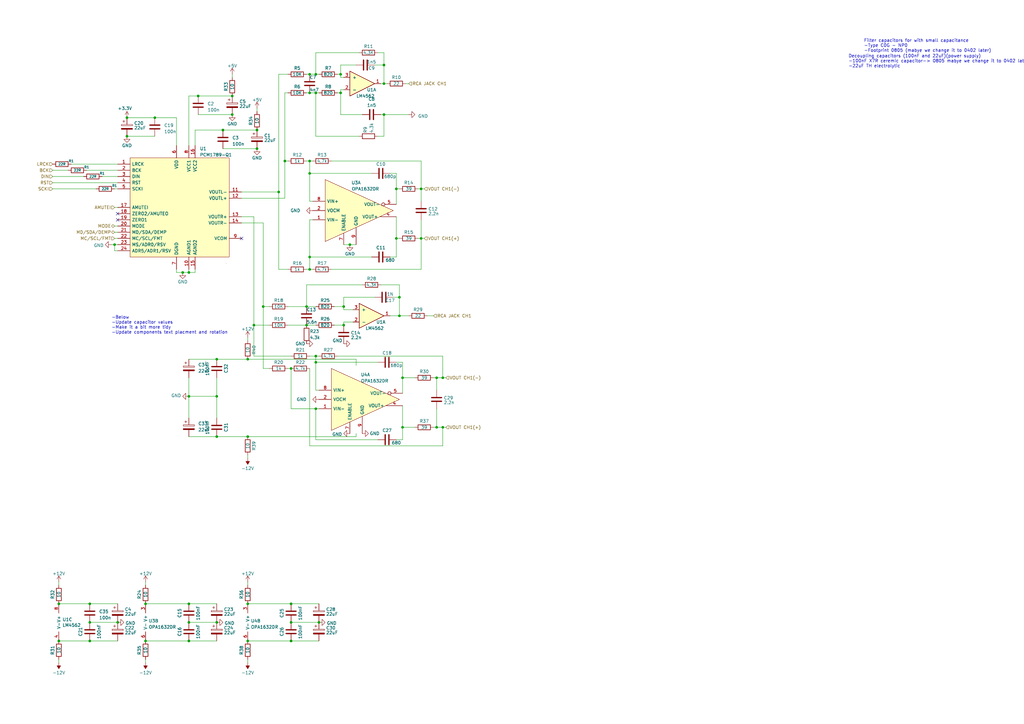
<source format=kicad_sch>
(kicad_sch (version 20230121) (generator eeschema)
  (paper "A3")
  (lib_symbols
    (symbol "Audio-DSP:PCM1789-Q1" (pin_names (offset 0.762))
      (property "Reference" "U" (at 11.43 24.13 0))
      (property "Value" "PCM1789-Q1" (at 6.35 21.59 0))
      (symbol "PCM1789-Q1_0_0"
        (pin passive line (at -26.67 17.78 0) (length 5.08) (name "LRCK") (number "1"))
        (pin passive line (at 2.54 -25.4 90) (length 5.08) (name "AGND1") (number "10"))
        (pin passive line (at 24.13 6.35 180) (length 5.08) (name "VOUTL-") (number "11"))
        (pin passive line (at 24.13 3.81 180) (length 5.08) (name "VOUTL+") (number "12"))
        (pin passive line (at 24.13 -3.81 180) (length 5.08) (name "VOUTR+") (number "13"))
        (pin passive line (at 24.13 -6.35 180) (length 5.08) (name "VOUTR-") (number "14"))
        (pin passive line (at 5.08 -25.4 90) (length 5.08) (name "AGND2") (number "15"))
        (pin passive line (at -26.67 0 0) (length 5.08) (name "AMUTEI") (number "17"))
        (pin passive line (at -26.67 -2.54 0) (length 5.08) (name "ZERO2/AMUTEO") (number "18"))
        (pin passive line (at -26.67 -5.08 0) (length 5.08) (name "ZERO1") (number "19"))
        (pin passive line (at -26.67 15.24 0) (length 5.08) (name "BCK") (number "2"))
        (pin passive line (at -26.67 -7.62 0) (length 5.08) (name "MODE") (number "20"))
        (pin passive line (at -26.67 -10.16 0) (length 5.08) (name "MD/SDA/DEMP") (number "21"))
        (pin passive line (at -26.67 -12.7 0) (length 5.08) (name "MC/SCL/FMT") (number "22"))
        (pin passive line (at -26.67 -15.24 0) (length 5.08) (name "MS/ADR0/RSV") (number "23"))
        (pin passive line (at -26.67 -17.78 0) (length 5.08) (name "ADR5/ADR1/RSV") (number "24"))
        (pin passive line (at -26.67 12.7 0) (length 5.08) (name "DIN") (number "3"))
        (pin passive line (at -26.67 10.16 0) (length 5.08) (name "RST") (number "4"))
        (pin passive line (at -26.67 7.62 0) (length 5.08) (name "SCKI") (number "5"))
        (pin passive line (at -2.54 -25.4 90) (length 5.08) (name "DGND") (number "7"))
        (pin passive line (at 24.13 -12.7 180) (length 5.08) (name "VCOM") (number "9"))
      )
      (symbol "PCM1789-Q1_0_1"
        (rectangle (start -21.59 20.32) (end 19.05 -20.32) (stroke (width 0.1524)) (fill (type background)))
        (rectangle (start 17.78 -22.86) (end 17.78 -22.86) (stroke (width 0.1524)))
      )
      (symbol "PCM1789-Q1_1_0"
        (pin power_in line (at 5.08 25.4 270) (length 5.08) (name "VCC2") (number "16"))
        (pin power_in line (at -2.54 25.4 270) (length 5.08) (name "VDD") (number "6"))
        (pin power_in line (at 2.54 25.4 270) (length 5.08) (name "VCC1") (number "8"))
      )
    )
    (symbol "Device:C" (pin_numbers hide) (pin_names (offset 0.254))
      (property "Reference" "C" (at 0.635 2.54 0))
      (property "Value" "C" (at 0.635 -2.54 0))
      (symbol "C_0_1"
        (polyline (pts (xy -2.032 -0.762) (xy 2.032 -0.762)) (stroke (width 0.508)))
        (polyline (pts (xy -2.032 0.762) (xy 2.032 0.762)) (stroke (width 0.508)))
      )
      (symbol "C_1_1"
        (pin passive line (at 0 3.81 270) (length 2.794) (name "~") (number "1"))
        (pin passive line (at 0 -3.81 90) (length 2.794) (name "~") (number "2"))
      )
    )
    (symbol "Device:C_Polarized" (pin_numbers hide) (pin_names (offset 0.254))
      (property "Reference" "C" (at 0.635 2.54 0))
      (property "Value" "C_Polarized" (at 0.635 -2.54 0))
      (symbol "C_Polarized_0_1"
        (rectangle (start -2.286 0.508) (end 2.286 1.016))
        (polyline (pts (xy -1.778 2.286) (xy -0.762 2.286)))
        (polyline (pts (xy -1.27 2.794) (xy -1.27 1.778)))
        (rectangle (start 2.286 -0.508) (end -2.286 -1.016) (fill (type outline)))
      )
      (symbol "C_Polarized_1_1"
        (pin passive line (at 0 3.81 270) (length 2.794) (name "~") (number "1"))
        (pin passive line (at 0 -3.81 90) (length 2.794) (name "~") (number "2"))
      )
    )
    (symbol "Device:R" (pin_numbers hide) (pin_names (offset 0))
      (property "Reference" "R" (at 2.032 0 90))
      (property "Value" "R" (at 0 0 90))
      (symbol "R_0_1"
        (rectangle (start -1.016 -2.54) (end 1.016 2.54) (stroke (width 0.254)))
      )
      (symbol "R_1_1"
        (pin passive line (at 0 3.81 270) (length 1.27) (name "~") (number "1"))
        (pin passive line (at 0 -3.81 90) (length 1.27) (name "~") (number "2"))
      )
    )
    (symbol "Main board-rescue:LM4562-Audio_DSP" (pin_names (offset 1.016))
      (property "Reference" "U" (at 1.27 6.35 0))
      (property "Value" "Audio_DSP_LM4562" (at 3.81 3.81 0))
      (symbol "LM4562-Audio_DSP_1_1"
        (polyline (pts (xy -3.81 5.08) (xy 6.35 0) (xy -3.81 -5.08) (xy -3.81 5.08)) (stroke (width 0.254)) (fill (type background)))
        (pin output line (at 8.89 0 180) (length 2.54) (name "~") (number "1"))
        (pin input line (at -6.35 -2.54 0) (length 2.54) (name "-") (number "2"))
        (pin input line (at -6.35 2.54 0) (length 2.54) (name "+") (number "3"))
      )
      (symbol "LM4562-Audio_DSP_2_1"
        (polyline (pts (xy -3.81 5.08) (xy 6.35 0) (xy -3.81 -5.08) (xy -3.81 5.08)) (stroke (width 0.254)) (fill (type background)))
        (pin input line (at -6.35 2.54 0) (length 2.54) (name "+") (number "5"))
        (pin input line (at -6.35 -2.54 0) (length 2.54) (name "-") (number "6"))
        (pin output line (at 8.89 0 180) (length 2.54) (name "~") (number "7"))
      )
      (symbol "LM4562-Audio_DSP_3_1"
        (pin power_in line (at 0 -7.62 90) (length 3.81) (name "V-") (number "4"))
        (pin power_in line (at 0 7.62 270) (length 3.81) (name "V+") (number "8"))
      )
    )
    (symbol "OPA1632DR_1" (pin_names (offset 0.762)) (in_bom no) (on_board no)
      (property "Reference" "U" (at 8.89 11.43 0))
      (property "Value" "OPA1632DR" (at 8.89 8.89 0))
      (symbol "OPA1632DR_1_1_0"
        (pin passive line (at -15.24 -2.54 0) (length 5.08) (name "VIN-") (number "1"))
        (pin passive line (at -15.24 1.27 0) (length 5.08) (name "VOCM") (number "2"))
        (pin passive line (at 19.05 -1.27 180) (length 6.7056) (name "VOUT+") (number "4"))
        (pin passive inverted (at 19.05 3.81 180) (length 5.9944) (name "VOUT-") (number "5"))
        (pin passive line (at -2.54 -12.7 90) (length 4.699) (name "ENABLE") (number "7"))
        (pin passive line (at -15.24 5.08 0) (length 5.08) (name "VIN+") (number "8"))
      )
      (symbol "OPA1632DR_1_1_1"
        (polyline (pts (xy -10.16 13.97) (xy 17.78 1.27) (xy -10.16 -11.43) (xy -10.16 13.97)) (stroke (width 0.1524)) (fill (type background)))
        (pin passive line (at 2.54 -12.7 90) (length 6.9088) (name "GND") (number "9"))
      )
      (symbol "OPA1632DR_1_2_0"
        (pin passive line (at 0 7.62 270) (length 3.81) (name "V+") (number "3"))
        (pin passive line (at 0 -7.62 90) (length 3.81) (name "V-") (number "6"))
      )
    )
    (symbol "power:+12V" (power) (pin_names (offset 0))
      (property "Value" "+12V" (at 0 3.556 0))
      (symbol "+12V_0_1"
        (polyline (pts (xy -0.762 1.27) (xy 0 2.54)))
        (polyline (pts (xy 0 0) (xy 0 2.54)))
        (polyline (pts (xy 0 2.54) (xy 0.762 1.27)))
      )
      (symbol "+12V_1_1"
        (pin power_in line (at 0 0 90) (length 0) hide (name "+12V") (number "1"))
      )
    )
    (symbol "power:+3.3V" (power) (pin_names (offset 0))
      (property "Value" "+3.3V" (at 0 3.556 0))
      (symbol "+3.3V_0_1"
        (polyline (pts (xy -0.762 1.27) (xy 0 2.54)))
        (polyline (pts (xy 0 0) (xy 0 2.54)))
        (polyline (pts (xy 0 2.54) (xy 0.762 1.27)))
      )
      (symbol "+3.3V_1_1"
        (pin power_in line (at 0 0 90) (length 0) hide (name "+3.3V") (number "1"))
      )
    )
    (symbol "power:+5V" (power) (pin_names (offset 0))
      (property "Value" "+5V" (at 0 3.556 0))
      (symbol "+5V_0_1"
        (polyline (pts (xy -0.762 1.27) (xy 0 2.54)))
        (polyline (pts (xy 0 0) (xy 0 2.54)))
        (polyline (pts (xy 0 2.54) (xy 0.762 1.27)))
      )
      (symbol "+5V_1_1"
        (pin power_in line (at 0 0 90) (length 0) hide (name "+5V") (number "1"))
      )
    )
    (symbol "power:-12V" (power) (pin_names (offset 0))
      (property "Value" "-12V" (at 0 3.81 0))
      (symbol "-12V_0_0"
        (pin power_in line (at 0 0 90) (length 0) hide (name "-12V") (number "1"))
      )
      (symbol "-12V_0_1"
        (polyline (pts (xy 0 0) (xy 0 1.27) (xy 0.762 1.27) (xy 0 2.54) (xy -0.762 1.27) (xy 0 1.27)) (fill (type outline)))
      )
    )
    (symbol "power:GND" (power) (pin_names (offset 0))
      (property "Value" "GND" (at 0 -3.81 0))
      (symbol "GND_0_1"
        (polyline (pts (xy 0 0) (xy 0 -1.27) (xy 1.27 -1.27) (xy 0 -2.54) (xy -1.27 -1.27) (xy 0 -1.27)))
      )
      (symbol "GND_1_1"
        (pin power_in line (at 0 0 270) (length 0) hide (name "GND") (number "1"))
      )
    )
  )
  (junction (at 59.69 247.65))
  (junction (at 163.83 129.54))
  (junction (at 129.54 148.59))
  (junction (at 181.61 175.26))
  (junction (at 48.26 255.27))
  (junction (at 162.56 97.79))
  (junction (at 127 66.04))
  (junction (at 107.95 125.73))
  (junction (at 157.48 26.67))
  (junction (at 139.7 38.1))
  (junction (at 140.97 133.35))
  (junction (at 119.38 247.65))
  (junction (at 95.25 46.99))
  (junction (at 88.9 147.32))
  (junction (at 172.72 97.79))
  (junction (at 88.9 255.27))
  (junction (at 127 105.41))
  (junction (at 130.81 255.27))
  (junction (at 81.28 39.37))
  (junction (at 46.99 100.33))
  (junction (at 88.9 179.07))
  (junction (at 172.72 77.47))
  (junction (at 127 110.49))
  (junction (at 74.93 111.76))
  (junction (at 77.47 162.56))
  (junction (at 119.38 262.89))
  (junction (at 127 30.48))
  (junction (at 104.14 133.35))
  (junction (at 125.73 133.35))
  (junction (at 88.9 162.56))
  (junction (at 101.6 179.07))
  (junction (at 36.83 262.89))
  (junction (at 157.48 46.99))
  (junction (at 162.56 77.47))
  (junction (at 24.13 262.89))
  (junction (at 165.1 154.94))
  (junction (at 140.97 125.73))
  (junction (at 105.41 53.34))
  (junction (at 63.5 48.26))
  (junction (at 91.44 53.34))
  (junction (at 52.07 55.88))
  (junction (at 116.84 66.04))
  (junction (at 24.13 247.65))
  (junction (at 127 71.12))
  (junction (at 77.47 247.65))
  (junction (at 143.51 100.33))
  (junction (at 101.6 262.89))
  (junction (at 36.83 247.65))
  (junction (at 101.6 247.65))
  (junction (at 157.48 34.29))
  (junction (at 36.83 255.27))
  (junction (at 77.47 262.89))
  (junction (at 129.54 38.1))
  (junction (at 127 38.1))
  (junction (at 105.41 60.96))
  (junction (at 119.38 255.27))
  (junction (at 179.07 175.26))
  (junction (at 163.83 121.92))
  (junction (at 165.1 175.26))
  (junction (at 129.54 146.05))
  (junction (at 129.54 30.48))
  (junction (at 139.7 30.48))
  (junction (at 101.6 147.32))
  (junction (at 77.47 111.76))
  (junction (at 179.07 154.94))
  (junction (at 114.3 78.74))
  (junction (at 181.61 154.94))
  (junction (at 52.07 48.26))
  (junction (at 129.54 167.64))
  (junction (at 125.73 125.73))
  (junction (at 95.25 39.37))
  (junction (at 119.38 151.13))
  (junction (at 59.69 262.89))
  (junction (at 77.47 255.27))
  (no_connect (at 99.06 97.79))
  (no_connect (at 48.26 90.17))
  (no_connect (at 48.26 87.63))
  (wire (pts (xy 129.54 30.48) (xy 127 30.48)))
  (wire (pts (xy 77.47 247.65) (xy 88.9 247.65)))
  (wire (pts (xy 157.48 55.88) (xy 154.94 55.88)))
  (wire (pts (xy 46.99 102.87) (xy 48.26 102.87)))
  (wire (pts (xy 157.48 21.59) (xy 157.48 26.67)))
  (wire (pts (xy 81.28 46.99) (xy 95.25 46.99)))
  (wire (pts (xy 140.97 127) (xy 144.78 127)))
  (wire (pts (xy 118.11 125.73) (xy 125.73 125.73)))
  (wire (pts (xy 59.69 238.76) (xy 59.69 240.03)))
  (wire (pts (xy 137.16 125.73) (xy 140.97 125.73)))
  (wire (pts (xy 88.9 162.56) (xy 77.47 162.56)))
  (wire (pts (xy 101.6 247.65) (xy 119.38 247.65)))
  (wire (pts (xy 162.56 105.41) (xy 162.56 97.79)))
  (wire (pts (xy 127 90.17) (xy 127 105.41)))
  (wire (pts (xy 162.56 180.34) (xy 165.1 180.34)))
  (wire (pts (xy 125.73 116.84) (xy 148.59 116.84)))
  (wire (pts (xy 139.7 36.83) (xy 139.7 38.1)))
  (wire (pts (xy 179.07 175.26) (xy 181.61 175.26)))
  (wire (pts (xy 72.39 111.76) (xy 74.93 111.76)))
  (wire (pts (xy 129.54 167.64) (xy 129.54 180.34)))
  (wire (pts (xy 101.6 139.7) (xy 101.6 138.43)))
  (wire (pts (xy 139.7 26.67) (xy 139.7 30.48)))
  (wire (pts (xy 172.72 77.47) (xy 172.72 82.55)))
  (wire (pts (xy 171.45 97.79) (xy 172.72 97.79)))
  (wire (pts (xy 125.73 110.49) (xy 127 110.49)))
  (wire (pts (xy 129.54 146.05) (xy 129.54 148.59)))
  (wire (pts (xy 172.72 110.49) (xy 172.72 97.79)))
  (wire (pts (xy 140.97 121.92) (xy 140.97 125.73)))
  (wire (pts (xy 101.6 262.89) (xy 119.38 262.89)))
  (wire (pts (xy 119.38 247.65) (xy 130.81 247.65)))
  (wire (pts (xy 160.02 105.41) (xy 162.56 105.41)))
  (wire (pts (xy 139.7 31.75) (xy 140.97 31.75)))
  (wire (pts (xy 88.9 179.07) (xy 77.47 179.07)))
  (wire (pts (xy 181.61 146.05) (xy 181.61 154.94)))
  (wire (pts (xy 21.59 77.47) (xy 39.37 77.47)))
  (wire (pts (xy 181.61 175.26) (xy 182.88 175.26)))
  (wire (pts (xy 24.13 262.89) (xy 36.83 262.89)))
  (wire (pts (xy 127 146.05) (xy 129.54 146.05)))
  (wire (pts (xy 127 105.41) (xy 127 110.49)))
  (wire (pts (xy 104.14 133.35) (xy 104.14 146.05)))
  (wire (pts (xy 88.9 171.45) (xy 88.9 162.56)))
  (wire (pts (xy 127 182.88) (xy 181.61 182.88)))
  (wire (pts (xy 177.8 154.94) (xy 179.07 154.94)))
  (wire (pts (xy 179.07 154.94) (xy 179.07 160.02)))
  (wire (pts (xy 130.81 167.64) (xy 129.54 167.64)))
  (wire (pts (xy 24.13 238.76) (xy 24.13 240.03)))
  (wire (pts (xy 162.56 97.79) (xy 163.83 97.79)))
  (wire (pts (xy 148.59 46.99) (xy 139.7 46.99)))
  (wire (pts (xy 129.54 146.05) (xy 130.81 146.05)))
  (wire (pts (xy 107.95 125.73) (xy 110.49 125.73)))
  (wire (pts (xy 146.05 26.67) (xy 139.7 26.67)))
  (wire (pts (xy 129.54 30.48) (xy 129.54 21.59)))
  (wire (pts (xy 139.7 46.99) (xy 139.7 38.1)))
  (wire (pts (xy 88.9 162.56) (xy 88.9 154.94)))
  (wire (pts (xy 147.32 55.88) (xy 129.54 55.88)))
  (wire (pts (xy 110.49 151.13) (xy 107.95 151.13)))
  (wire (pts (xy 129.54 148.59) (xy 129.54 160.02)))
  (wire (pts (xy 74.93 111.76) (xy 77.47 111.76)))
  (wire (pts (xy 163.83 116.84) (xy 163.83 121.92)))
  (wire (pts (xy 160.02 71.12) (xy 162.56 71.12)))
  (wire (pts (xy 127 71.12) (xy 152.4 71.12)))
  (wire (pts (xy 77.47 39.37) (xy 81.28 39.37)))
  (wire (pts (xy 153.67 121.92) (xy 140.97 121.92)))
  (wire (pts (xy 21.59 74.93) (xy 48.26 74.93)))
  (wire (pts (xy 107.95 125.73) (xy 107.95 151.13)))
  (wire (pts (xy 99.06 81.28) (xy 116.84 81.28)))
  (wire (pts (xy 118.11 151.13) (xy 119.38 151.13)))
  (wire (pts (xy 139.7 36.83) (xy 140.97 36.83)))
  (wire (pts (xy 48.26 92.71) (xy 46.99 92.71)))
  (wire (pts (xy 41.91 72.39) (xy 48.26 72.39)))
  (wire (pts (xy 36.83 255.27) (xy 48.26 255.27)))
  (wire (pts (xy 46.99 100.33) (xy 46.99 102.87)))
  (wire (pts (xy 129.54 133.35) (xy 125.73 133.35)))
  (wire (pts (xy 172.72 97.79) (xy 173.99 97.79)))
  (wire (pts (xy 179.07 167.64) (xy 179.07 175.26)))
  (wire (pts (xy 114.3 30.48) (xy 118.11 30.48)))
  (wire (pts (xy 156.21 46.99) (xy 157.48 46.99)))
  (wire (pts (xy 119.38 151.13) (xy 119.38 167.64)))
  (wire (pts (xy 118.11 133.35) (xy 125.73 133.35)))
  (wire (pts (xy 138.43 30.48) (xy 139.7 30.48)))
  (wire (pts (xy 175.26 129.54) (xy 177.8 129.54)))
  (wire (pts (xy 101.6 147.32) (xy 88.9 147.32)))
  (wire (pts (xy 59.69 262.89) (xy 77.47 262.89)))
  (wire (pts (xy 81.28 39.37) (xy 95.25 39.37)))
  (wire (pts (xy 101.6 179.07) (xy 88.9 179.07)))
  (wire (pts (xy 46.99 97.79) (xy 48.26 97.79)))
  (wire (pts (xy 91.44 60.96) (xy 105.41 60.96)))
  (wire (pts (xy 107.95 91.44) (xy 99.06 91.44)))
  (wire (pts (xy 156.21 116.84) (xy 163.83 116.84)))
  (wire (pts (xy 129.54 160.02) (xy 130.81 160.02)))
  (wire (pts (xy 172.72 90.17) (xy 172.72 97.79)))
  (wire (pts (xy 156.21 34.29) (xy 157.48 34.29)))
  (wire (pts (xy 45.72 100.33) (xy 46.99 100.33)))
  (wire (pts (xy 77.47 39.37) (xy 77.47 59.69)))
  (wire (pts (xy 157.48 46.99) (xy 167.64 46.99)))
  (wire (pts (xy 35.56 69.85) (xy 48.26 69.85)))
  (wire (pts (xy 114.3 110.49) (xy 114.3 78.74)))
  (wire (pts (xy 101.6 179.07) (xy 146.05 179.07)))
  (wire (pts (xy 72.39 110.49) (xy 72.39 111.76)))
  (wire (pts (xy 146.05 147.32) (xy 146.05 149.86)))
  (wire (pts (xy 125.73 125.73) (xy 125.73 116.84)))
  (wire (pts (xy 116.84 66.04) (xy 116.84 81.28)))
  (wire (pts (xy 128.27 90.17) (xy 127 90.17)))
  (wire (pts (xy 129.54 38.1) (xy 127 38.1)))
  (wire (pts (xy 135.89 66.04) (xy 172.72 66.04)))
  (wire (pts (xy 77.47 262.89) (xy 88.9 262.89)))
  (wire (pts (xy 95.25 31.75) (xy 95.25 30.48)))
  (wire (pts (xy 154.94 180.34) (xy 129.54 180.34)))
  (wire (pts (xy 125.73 38.1) (xy 127 38.1)))
  (wire (pts (xy 77.47 110.49) (xy 77.47 111.76)))
  (wire (pts (xy 104.14 133.35) (xy 110.49 133.35)))
  (wire (pts (xy 165.1 180.34) (xy 165.1 175.26)))
  (wire (pts (xy 125.73 30.48) (xy 127 30.48)))
  (wire (pts (xy 165.1 148.59) (xy 165.1 154.94)))
  (wire (pts (xy 52.07 55.88) (xy 63.5 55.88)))
  (wire (pts (xy 77.47 111.76) (xy 80.01 111.76)))
  (wire (pts (xy 140.97 132.08) (xy 140.97 133.35)))
  (wire (pts (xy 119.38 255.27) (xy 130.81 255.27)))
  (wire (pts (xy 46.99 85.09) (xy 48.26 85.09)))
  (wire (pts (xy 24.13 270.51) (xy 24.13 271.78)))
  (wire (pts (xy 162.56 77.47) (xy 163.83 77.47)))
  (wire (pts (xy 127 82.55) (xy 128.27 82.55)))
  (wire (pts (xy 152.4 105.41) (xy 127 105.41)))
  (wire (pts (xy 104.14 146.05) (xy 119.38 146.05)))
  (wire (pts (xy 80.01 53.34) (xy 91.44 53.34)))
  (wire (pts (xy 157.48 34.29) (xy 158.75 34.29)))
  (wire (pts (xy 46.99 77.47) (xy 48.26 77.47)))
  (wire (pts (xy 181.61 154.94) (xy 182.88 154.94)))
  (wire (pts (xy 36.83 247.65) (xy 48.26 247.65)))
  (wire (pts (xy 104.14 88.9) (xy 104.14 133.35)))
  (wire (pts (xy 125.73 125.73) (xy 129.54 125.73)))
  (wire (pts (xy 157.48 46.99) (xy 157.48 55.88)))
  (wire (pts (xy 140.97 133.35) (xy 137.16 133.35)))
  (wire (pts (xy 127 66.04) (xy 127 71.12)))
  (wire (pts (xy 80.01 53.34) (xy 80.01 59.69)))
  (wire (pts (xy 163.83 121.92) (xy 163.83 129.54)))
  (wire (pts (xy 119.38 262.89) (xy 130.81 262.89)))
  (wire (pts (xy 80.01 110.49) (xy 80.01 111.76)))
  (wire (pts (xy 129.54 167.64) (xy 119.38 167.64)))
  (wire (pts (xy 99.06 78.74) (xy 114.3 78.74)))
  (wire (pts (xy 154.94 21.59) (xy 157.48 21.59)))
  (wire (pts (xy 118.11 66.04) (xy 116.84 66.04)))
  (wire (pts (xy 139.7 30.48) (xy 139.7 31.75)))
  (wire (pts (xy 181.61 182.88) (xy 181.61 175.26)))
  (wire (pts (xy 24.13 247.65) (xy 36.83 247.65)))
  (wire (pts (xy 36.83 262.89) (xy 48.26 262.89)))
  (wire (pts (xy 116.84 38.1) (xy 118.11 38.1)))
  (wire (pts (xy 101.6 270.51) (xy 101.6 271.78)))
  (wire (pts (xy 153.67 26.67) (xy 157.48 26.67)))
  (wire (pts (xy 160.02 129.54) (xy 163.83 129.54)))
  (wire (pts (xy 125.73 66.04) (xy 127 66.04)))
  (wire (pts (xy 140.97 132.08) (xy 144.78 132.08)))
  (wire (pts (xy 140.97 125.73) (xy 140.97 127)))
  (wire (pts (xy 130.81 38.1) (xy 129.54 38.1)))
  (wire (pts (xy 105.41 45.72) (xy 105.41 44.45)))
  (wire (pts (xy 162.56 148.59) (xy 165.1 148.59)))
  (wire (pts (xy 172.72 77.47) (xy 173.99 77.47)))
  (wire (pts (xy 77.47 162.56) (xy 77.47 154.94)))
  (wire (pts (xy 72.39 59.69) (xy 72.39 48.26)))
  (wire (pts (xy 179.07 154.94) (xy 181.61 154.94)))
  (wire (pts (xy 21.59 72.39) (xy 34.29 72.39)))
  (wire (pts (xy 127 71.12) (xy 127 82.55)))
  (wire (pts (xy 101.6 238.76) (xy 101.6 240.03)))
  (wire (pts (xy 129.54 55.88) (xy 129.54 38.1)))
  (wire (pts (xy 107.95 91.44) (xy 107.95 125.73)))
  (wire (pts (xy 77.47 255.27) (xy 88.9 255.27)))
  (wire (pts (xy 127 151.13) (xy 127 182.88)))
  (wire (pts (xy 129.54 30.48) (xy 130.81 30.48)))
  (wire (pts (xy 165.1 175.26) (xy 170.18 175.26)))
  (wire (pts (xy 161.29 121.92) (xy 163.83 121.92)))
  (wire (pts (xy 157.48 26.67) (xy 157.48 34.29)))
  (wire (pts (xy 172.72 66.04) (xy 172.72 77.47)))
  (wire (pts (xy 140.97 100.33) (xy 143.51 100.33)))
  (wire (pts (xy 77.47 171.45) (xy 77.47 162.56)))
  (wire (pts (xy 129.54 148.59) (xy 154.94 148.59)))
  (wire (pts (xy 162.56 77.47) (xy 162.56 83.82)))
  (wire (pts (xy 135.89 110.49) (xy 172.72 110.49)))
  (wire (pts (xy 171.45 77.47) (xy 172.72 77.47)))
  (wire (pts (xy 52.07 48.26) (xy 63.5 48.26)))
  (wire (pts (xy 177.8 175.26) (xy 179.07 175.26)))
  (wire (pts (xy 59.69 247.65) (xy 77.47 247.65)))
  (wire (pts (xy 165.1 154.94) (xy 165.1 161.29)))
  (wire (pts (xy 116.84 38.1) (xy 116.84 66.04)))
  (wire (pts (xy 101.6 187.96) (xy 101.6 186.69)))
  (wire (pts (xy 138.43 146.05) (xy 181.61 146.05)))
  (wire (pts (xy 91.44 53.34) (xy 105.41 53.34)))
  (wire (pts (xy 143.51 100.33) (xy 146.05 100.33)))
  (wire (pts (xy 167.64 129.54) (xy 163.83 129.54)))
  (wire (pts (xy 101.6 147.32) (xy 146.05 147.32)))
  (wire (pts (xy 63.5 48.26) (xy 72.39 48.26)))
  (wire (pts (xy 129.54 21.59) (xy 147.32 21.59)))
  (wire (pts (xy 165.1 175.26) (xy 165.1 166.37)))
  (wire (pts (xy 139.7 38.1) (xy 138.43 38.1)))
  (wire (pts (xy 29.21 67.31) (xy 48.26 67.31)))
  (wire (pts (xy 146.05 179.07) (xy 146.05 177.8)))
  (wire (pts (xy 21.59 69.85) (xy 27.94 69.85)))
  (wire (pts (xy 46.99 100.33) (xy 48.26 100.33)))
  (wire (pts (xy 114.3 30.48) (xy 114.3 78.74)))
  (wire (pts (xy 162.56 97.79) (xy 162.56 88.9)))
  (wire (pts (xy 59.69 270.51) (xy 59.69 271.78)))
  (wire (pts (xy 46.99 95.25) (xy 48.26 95.25)))
  (wire (pts (xy 88.9 147.32) (xy 77.47 147.32)))
  (wire (pts (xy 114.3 110.49) (xy 118.11 110.49)))
  (wire (pts (xy 128.27 110.49) (xy 127 110.49)))
  (wire (pts (xy 162.56 71.12) (xy 162.56 77.47)))
  (wire (pts (xy 104.14 88.9) (xy 99.06 88.9)))
  (wire (pts (xy 165.1 154.94) (xy 170.18 154.94)))
  (wire (pts (xy 127 66.04) (xy 128.27 66.04)))
  (wire (pts (xy 166.37 34.29) (xy 167.64 34.29)))
  (text "Decoupling capacitors (100nF and 22uF)(power supply)\n-100nF X7R ceremic capacitor-> 0805 mabye we change it to 0402 later\n-22uF TH electrolytic" (at 347.98 27.94 0) (effects (font (size 1.27 1.27)) (justify left bottom)))
  (text "-Below\n-Update capacitor values\n-Make it a bit more tidy\n-Update components text placment and rotation\n" (at 45.72 137.16 0) (effects (font (size 1.27 1.27)) (justify left bottom)))
  (text "Filter capacitors for with small capacitance\n-Type C0G - NP0\n-Footprint 0805 (mabye we change it to 0402 later)" (at 354.33 21.59 0) (effects (font (size 1.27 1.27)) (justify left bottom)))
  (hierarchical_label "SCKI" (shape input) (at 21.59 77.47 180))
  (hierarchical_label "MODE" (shape bidirectional) (at 46.99 92.71 180))
  (hierarchical_label "BCK" (shape input) (at 21.59 69.85 180))
  (hierarchical_label "VOUT CH1(+)" (shape input) (at 182.88 175.26 0))
  (hierarchical_label "MC{slash}SCL{slash}FMT" (shape input) (at 46.99 97.79 180))
  (hierarchical_label "RST" (shape input) (at 21.59 74.93 180))
  (hierarchical_label "MD{slash}SDA{slash}DEMP" (shape bidirectional) (at 46.99 95.25 180))
  (hierarchical_label "VOUT CH1(-)" (shape input) (at 182.88 154.94 0))
  (hierarchical_label "DIN" (shape input) (at 21.59 72.39 180))
  (hierarchical_label "RCA JACK CH1" (shape input) (at 177.8 129.54 0))
  (hierarchical_label "VOUT CH1(-)" (shape input) (at 173.99 77.47 0))
  (hierarchical_label "LRCK" (shape input) (at 21.59 67.31 180))
  (hierarchical_label "RCA JACK CH1" (shape input) (at 167.64 34.29 0))
  (hierarchical_label "AMUTEI" (shape input) (at 46.99 85.09 180))
  (hierarchical_label "VOUT CH1(+)" (shape input) (at 173.99 97.79 0))
  (symbol (lib_id "Device:R") (at 132.08 110.49 90) (unit 1)
    (property "Reference" "R17" (at 132.08 107.95 90))
    (property "Value" "4.7k" (at 132.08 110.49 90))
    (property "Footprint" "Resistor_SMD:R_0805_2012Metric" (effects hide))
  )
  (symbol (lib_id "Device:C") (at 152.4 46.99 90) (unit 1)
    (property "Reference" "C8" (at 152.4 40.64 90))
    (property "Value" "1n5" (at 152.4 43.18 90))
    (property "Footprint" "Capacitor_SMD:C_0805_2012Metric" (effects hide))
  )
  (symbol (lib_id "Device:R") (at 114.3 133.35 90) (unit 1)
    (property "Reference" "R19" (at 114.3 130.81 90))
    (property "Value" "10K" (at 114.3 133.35 90))
    (property "Footprint" "Resistor_SMD:R_0805_2012Metric" (effects hide))
  )
  (symbol (lib_id "Device:C_Polarized") (at 52.07 52.07 0) (unit 1)
    (property "Reference" "C20" (at 54.991 50.5373 0) (effects (justify left)))
    (property "Value" "22uF" (at 54.991 52.4583 0) (effects (justify left)))
    (property "Footprint" "Capacitor_THT:CP_Radial_D5.0mm_P2.00mm" (effects hide))
    (property "Datasheet" "Electrolytic Capacitor, 22 µF, 25 V, ± 20%, Radial Leaded, 2000 hours @ 85°C, Polar" (effects hide))
  )
  (symbol (lib_id "Device:R") (at 105.41 49.53 180) (unit 1)
    (property "Reference" "R34" (at 102.87 49.53 90))
    (property "Value" "10" (at 105.41 49.53 90))
    (property "Footprint" "Resistor_SMD:R_0805_2012Metric" (effects hide))
  )
  (symbol (lib_id "Device:R") (at 121.92 38.1 90) (unit 1)
    (property "Reference" "R6" (at 121.92 35.56 90))
    (property "Value" "10K" (at 121.92 38.1 90))
    (property "Footprint" "Resistor_SMD:R_0805_2012Metric" (effects hide))
  )
  (symbol (lib_id "power:GND") (at 148.59 177.8 90) (unit 1)
    (property "Reference" "#PWR019" (effects hide))
    (property "Value" "GND" (at 153.67 177.8 90))
  )
  (symbol (lib_id "Audio-DSP:PCM1789-Q1") (at 74.93 85.09 0) (unit 1)
    (property "Reference" "U1" (at 81.9659 60.96 0) (effects (justify left)))
    (property "Value" "PCM1789-Q1" (at 81.9659 63.5 0) (effects (justify left)))
    (property "Footprint" "Package_SO:TSSOP-24_4.4x7.8mm_P0.65mm" (effects hide))
    (property "Datasheet" "https://eu.mouser.com/ProductDetail/Texas-Instruments/PCM1789TPWRQ1?qs=cBe3DO7yhR4lgqDaXbktkg%3D%3D" (effects hide))
  )
  (symbol (lib_id "power:GND") (at 77.47 162.56 270) (unit 1)
    (property "Reference" "#PWR035" (effects hide))
    (property "Value" "GND" (at 74.295 162.2432 90) (effects (justify right)))
  )
  (symbol (lib_id "Device:C_Polarized") (at 48.26 251.46 0) (unit 1)
    (property "Reference" "C4" (at 51.181 249.9273 0) (effects (justify left)))
    (property "Value" "22uF" (at 51.181 251.8483 0) (effects (justify left)))
    (property "Footprint" "Capacitor_THT:CP_Radial_D5.0mm_P2.00mm" (effects hide))
    (property "Datasheet" "Electrolytic Capacitor, 22 µF, 25 V, ± 20%, Radial Leaded, 2000 hours @ 85°C, Polar" (effects hide))
  )
  (symbol (lib_id "power:GND") (at 140.97 140.97 90) (unit 1)
    (property "Reference" "#PWR013" (effects hide))
    (property "Value" "GND" (at 138.43 139.7 90))
  )
  (symbol (lib_id "Device:C") (at 119.38 251.46 0) (unit 1)
    (property "Reference" "C25" (at 115.57 251.46 90))
    (property "Value" "100nF" (at 123.19 251.46 90))
    (property "Footprint" "Capacitor_SMD:C_0805_2012Metric" (effects hide))
  )
  (symbol (lib_id "Device:R") (at 95.25 35.56 180) (unit 1)
    (property "Reference" "R33" (at 92.71 35.56 90))
    (property "Value" "10" (at 95.25 35.56 90))
    (property "Footprint" "Resistor_SMD:R_0805_2012Metric" (effects hide))
  )
  (symbol (lib_id "Device:R") (at 59.69 266.7 180) (unit 1)
    (property "Reference" "R35" (at 57.15 266.7 90))
    (property "Value" "10" (at 59.69 266.7 90))
    (property "Footprint" "Resistor_SMD:R_0805_2012Metric" (effects hide))
  )
  (symbol (lib_id "Device:C_Polarized") (at 77.47 175.26 0) (unit 1)
    (property "Reference" "C33" (at 81.28 173.736 0) (effects (justify left)))
    (property "Value" "22uF" (at 81.28 176.276 0) (effects (justify left)))
    (property "Footprint" "Capacitor_THT:CP_Radial_D5.0mm_P2.00mm" (effects hide))
    (property "Datasheet" "Electrolytic Capacitor, 22 µF, 25 V, ± 20%, Radial Leaded, 2000 hours @ 85°C, Polar" (effects hide))
  )
  (symbol (lib_id "power:+5V") (at 105.41 44.45 0) (unit 1)
    (property "Reference" "#PWR029" (effects hide))
    (property "Value" "+5V" (at 105.41 40.9481 0))
  )
  (symbol (lib_id "Device:R") (at 134.62 30.48 90) (unit 1)
    (property "Reference" "R7" (at 134.62 27.94 90))
    (property "Value" "820" (at 134.62 30.48 90))
    (property "Footprint" "Resistor_SMD:R_0805_2012Metric" (effects hide))
  )
  (symbol (lib_id "Device:R") (at 132.08 66.04 90) (unit 1)
    (property "Reference" "R13" (at 132.08 63.5 90))
    (property "Value" "4.7k" (at 132.08 66.04 90))
    (property "Footprint" "Resistor_SMD:R_0805_2012Metric" (effects hide))
  )
  (symbol (lib_id "Device:C") (at 88.9 151.13 180) (unit 1)
    (property "Reference" "C32" (at 92.71 151.13 90))
    (property "Value" "100nF" (at 85.09 151.13 90))
    (property "Footprint" "Capacitor_SMD:C_0805_2012Metric" (effects hide))
  )
  (symbol (lib_id "power:-12V") (at 59.69 271.78 180) (unit 1)
    (property "Reference" "#PWR016" (effects hide))
    (property "Value" "-12V" (at 59.69 275.9155 0))
  )
  (symbol (lib_id "Device:C") (at 179.07 163.83 0) (unit 1)
    (property "Reference" "C29" (at 181.991 163.1863 0) (effects (justify left)))
    (property "Value" "2.2n" (at 181.991 165.1073 0) (effects (justify left)))
    (property "Footprint" "Capacitor_SMD:C_0805_2012Metric" (effects hide))
  )
  (symbol (lib_id "power:GND") (at 45.72 100.33 270) (unit 1)
    (property "Reference" "#PWR017" (effects hide))
    (property "Value" "GND" (at 42.5451 100.6468 90) (effects (justify right)))
  )
  (symbol (lib_id "Device:C") (at 91.44 57.15 0) (unit 1)
    (property "Reference" "C3" (at 95.25 56.515 0) (effects (justify left)))
    (property "Value" "100n" (at 95.25 59.055 0) (effects (justify left)))
    (property "Footprint" "Capacitor_SMD:C_0805_2012Metric" (effects hide))
  )
  (symbol (lib_id "Device:C") (at 88.9 175.26 180) (unit 1)
    (property "Reference" "C31" (at 92.71 175.26 90))
    (property "Value" "100nF" (at 85.09 175.26 90))
    (property "Footprint" "Capacitor_SMD:C_0805_2012Metric" (effects hide))
  )
  (symbol (lib_id "Device:C") (at 77.47 251.46 0) (unit 1)
    (property "Reference" "C15" (at 73.66 251.46 90))
    (property "Value" "100nF" (at 81.28 251.46 90))
    (property "Footprint" "Capacitor_SMD:C_0805_2012Metric" (effects hide))
  )
  (symbol (lib_id "power:GND") (at 52.07 55.88 0) (unit 1)
    (property "Reference" "#PWR04" (effects hide))
    (property "Value" "GND" (at 52.07 59.69 0))
  )
  (symbol (lib_id "Device:C") (at 149.86 26.67 90) (unit 1)
    (property "Reference" "C9" (at 152.4 27.94 90))
    (property "Value" "1n5" (at 152.4 25.4 90))
    (property "Footprint" "Capacitor_SMD:C_0805_2012Metric" (effects hide))
  )
  (symbol (lib_id "power:GND") (at 48.26 255.27 90) (unit 1)
    (property "Reference" "#PWR028" (effects hide))
    (property "Value" "GND" (at 51.435 255.5868 90) (effects (justify right)))
  )
  (symbol (lib_id "Device:R") (at 31.75 69.85 90) (unit 1)
    (property "Reference" "R1" (at 35.56 68.58 90) (effects (font (size 1 1))))
    (property "Value" "22R" (at 31.75 69.85 90) (effects (font (size 1 1))))
    (property "Footprint" "Resistor_SMD:R_0805_2012Metric" (effects hide))
    (instances (project "Main board" (path "" (reference "R1") (unit 1)) (path "" (reference "R2") (unit 1))))
  )
  (symbol (lib_id "power:GND") (at 167.64 46.99 90) (unit 1)
    (property "Reference" "#PWR034" (effects hide))
    (property "Value" "GND" (at 171.45 47.625 90) (effects (justify right)))
  )
  (symbol (lib_id "Device:R") (at 167.64 77.47 90) (unit 1)
    (property "Reference" "R14" (at 167.64 74.93 90))
    (property "Value" "39" (at 167.64 77.47 90))
    (property "Footprint" "Resistor_SMD:R_0805_2012Metric" (effects hide))
  )
  (symbol (lib_id "Device:R") (at 114.3 151.13 90) (unit 1)
    (property "Reference" "R20" (at 114.3 148.59 90))
    (property "Value" "1k" (at 114.3 151.13 90))
    (property "Footprint" "Resistor_SMD:R_0805_2012Metric" (effects hide))
  )
  (symbol (lib_id "Device:R") (at 152.4 116.84 90) (unit 1)
    (property "Reference" "R28" (at 152.4 114.3 90))
    (property "Value" "4.3K" (at 152.4 116.84 90))
    (property "Footprint" "Resistor_SMD:R_0805_2012Metric" (effects hide))
  )
  (symbol (lib_id "Device:R") (at 121.92 110.49 90) (unit 1)
    (property "Reference" "R16" (at 121.92 107.95 90))
    (property "Value" "1k" (at 121.92 110.49 90))
    (property "Footprint" "Resistor_SMD:R_0805_2012Metric" (effects hide))
  )
  (symbol (lib_id "Device:C") (at 36.83 251.46 0) (unit 1)
    (property "Reference" "C35" (at 40.64 250.825 0) (effects (justify left)))
    (property "Value" "100n" (at 40.64 253.365 0) (effects (justify left)))
    (property "Footprint" "Capacitor_SMD:C_0805_2012Metric" (effects hide))
  )
  (symbol (lib_id "Device:C_Polarized") (at 48.26 259.08 0) (unit 1)
    (property "Reference" "C22" (at 51.181 257.5473 0) (effects (justify left)))
    (property "Value" "22uF" (at 51.181 259.4683 0) (effects (justify left)))
    (property "Footprint" "Capacitor_THT:CP_Radial_D5.0mm_P2.00mm" (effects hide))
    (property "Datasheet" "Electrolytic Capacitor, 22 µF, 25 V, ± 20%, Radial Leaded, 2000 hours @ 85°C, Polar" (effects hide))
  )
  (symbol (lib_id "power:GND") (at 130.81 163.83 270) (unit 1)
    (property "Reference" "#PWR012" (effects hide))
    (property "Value" "GND" (at 125.73 163.83 90) (effects (justify right)))
  )
  (symbol (lib_id "power:+12V") (at 101.6 138.43 0) (unit 1)
    (property "Reference" "#PWR030" (effects hide))
    (property "Value" "+12V" (at 101.6 134.9281 0))
  )
  (symbol (lib_id "Device:R") (at 101.6 266.7 180) (unit 1)
    (property "Reference" "R38" (at 99.06 266.7 90))
    (property "Value" "10" (at 101.6 266.7 90))
    (property "Footprint" "Resistor_SMD:R_0805_2012Metric" (effects hide))
  )
  (symbol (lib_id "Device:R") (at 59.69 243.84 180) (unit 1)
    (property "Reference" "R24" (at 57.15 243.84 90))
    (property "Value" "10" (at 59.69 243.84 90))
    (property "Footprint" "Resistor_SMD:R_0805_2012Metric" (effects hide))
  )
  (symbol (lib_id "Device:R") (at 173.99 175.26 90) (unit 1)
    (property "Reference" "R37" (at 173.99 172.72 90))
    (property "Value" "39" (at 173.99 175.26 90))
    (property "Footprint" "Resistor_SMD:R_0805_2012Metric" (effects hide))
  )
  (symbol (lib_id "Device:R") (at 101.6 243.84 180) (unit 1)
    (property "Reference" "R36" (at 99.06 243.84 90))
    (property "Value" "10" (at 101.6 243.84 90))
    (property "Footprint" "Resistor_SMD:R_0805_2012Metric" (effects hide))
  )
  (symbol (lib_id "power:GND") (at 130.81 255.27 90) (unit 1)
    (property "Reference" "#PWR033" (effects hide))
    (property "Value" "GND" (at 133.985 255.5868 90) (effects (justify right)))
  )
  (symbol (lib_id "Device:R") (at 162.56 34.29 90) (unit 1)
    (property "Reference" "R10" (at 162.56 31.75 90))
    (property "Value" "22" (at 162.56 34.29 90))
    (property "Footprint" "Resistor_SMD:R_0805_2012Metric" (effects hide))
  )
  (symbol (lib_id "Device:C_Polarized") (at 77.47 151.13 0) (unit 1)
    (property "Reference" "C34" (at 81.28 149.606 0) (effects (justify left)))
    (property "Value" "22uF" (at 81.28 152.146 0) (effects (justify left)))
    (property "Footprint" "Capacitor_THT:CP_Radial_D5.0mm_P2.00mm" (effects hide))
    (property "Datasheet" "Electrolytic Capacitor, 22 µF, 25 V, ± 20%, Radial Leaded, 2000 hours @ 85°C, Polar" (effects hide))
  )
  (symbol (lib_name "OPA1632DR_1") (lib_id "Audio-DSP:OPA1632DR") (at 59.69 255.27 0) (unit 2) (in_bom no) (on_board no)
    (property "Reference" "U3" (at 60.96 254.635 0) (effects (justify left)))
    (property "Value" "OPA1632DR" (at 60.96 257.175 0) (effects (justify left)))
    (property "Footprint" "Audio_DSP:VSSOP-8_3.0x3.0mm_P0.65_TP1.8x1.5" (effects hide))
    (property "Datasheet" "https://eu.mouser.com/ProductDetail/Texas-Instruments/OPA1632DGNR?qs=7nS3%252BbEUL6t46Xk02kKOHg%3D%3D" (effects hide))
  )
  (symbol (lib_id "Device:R") (at 151.13 21.59 90) (unit 1)
    (property "Reference" "R11" (at 151.13 19.05 90))
    (property "Value" "4.3K" (at 151.13 21.59 90))
    (property "Footprint" "Resistor_SMD:R_0805_2012Metric" (effects hide))
  )
  (symbol (lib_id "Device:R") (at 25.4 67.31 90) (unit 1)
    (property "Reference" "R1" (at 29.21 66.04 90) (effects (font (size 1 1))))
    (property "Value" "22R" (at 25.4 67.31 90) (effects (font (size 1 1))))
    (property "Footprint" "Resistor_SMD:R_0805_2012Metric" (effects hide))
  )
  (symbol (lib_id "Device:R") (at 123.19 146.05 90) (unit 1)
    (property "Reference" "R21" (at 123.19 143.51 90))
    (property "Value" "1k" (at 123.19 146.05 90))
    (property "Footprint" "Resistor_SMD:R_0805_2012Metric" (effects hide))
  )
  (symbol (lib_id "power:GND") (at 143.51 177.8 270) (unit 1)
    (property "Reference" "#PWR018" (effects hide))
    (property "Value" "GND" (at 140.3351 178.1168 90) (effects (justify right)))
  )
  (symbol (lib_id "power:GND") (at 88.9 255.27 90) (unit 1)
    (property "Reference" "#PWR020" (effects hide))
    (property "Value" "GND" (at 92.075 255.5868 90) (effects (justify right)))
  )
  (symbol (lib_id "Device:C") (at 119.38 259.08 0) (unit 1)
    (property "Reference" "C26" (at 115.57 259.08 90))
    (property "Value" "100nF" (at 123.19 259.08 90))
    (property "Footprint" "Capacitor_SMD:C_0805_2012Metric" (effects hide))
  )
  (symbol (lib_id "power:+12V") (at 101.6 238.76 0) (unit 1)
    (property "Reference" "#PWR031" (effects hide))
    (property "Value" "+12V" (at 101.6 235.2581 0))
  )
  (symbol (lib_id "Main board-rescue:LM4562-Audio_DSP") (at 24.13 255.27 0) (unit 3)
    (property "Reference" "U1" (at 25.6032 254.1016 0) (effects (justify left)))
    (property "Value" "LM4562" (at 25.6032 256.413 0) (effects (justify left)))
    (property "Footprint" "Package_SO:SOIC-8_3.9x4.9mm_P1.27mm" (effects hide))
    (property "Datasheet" "https://nl.farnell.com/texas-instruments/lm4562max-nopb/audio-amplifier-55mhz-20v-us-soic/dp/3004534?st=lm4562" (effects hide))
    (instances (project "Main board" (path "" (reference "U1") (unit 3)) (path "" (reference "U2") (unit 3))))
  )
  (symbol (lib_id "Main board-rescue:LM4562-Audio_DSP") (at 147.32 34.29 0) (unit 1)
    (property "Reference" "U1" (at 152.4 36.83 0))
    (property "Value" "LM4562" (at 149.86 39.37 0))
    (property "Footprint" "Package_SO:SOIC-8_3.9x4.9mm_P1.27mm" (effects hide))
    (property "Datasheet" "https://nl.farnell.com/texas-instruments/lm4562max-nopb/audio-amplifier-55mhz-20v-us-soic/dp/3004534?st=lm4562" (effects hide))
    (instances (project "Main board" (path "" (reference "U1") (unit 1)) (path "" (reference "U2") (unit 1))))
  )
  (symbol (lib_name "OPA1632DR_1") (lib_id "Audio-DSP:OPA1632DR") (at 101.6 255.27 0) (unit 2) (in_bom no) (on_board no)
    (property "Reference" "U4" (at 102.87 254.635 0) (effects (justify left)))
    (property "Value" "OPA1632DR" (at 102.87 257.175 0) (effects (justify left)))
    (property "Footprint" "Audio_DSP:VSSOP-8_3.0x3.0mm_P0.65_TP1.8x1.5" (effects hide))
    (property "Datasheet" "https://eu.mouser.com/ProductDetail/Texas-Instruments/OPA1632DGNR?qs=7nS3%252BbEUL6t46Xk02kKOHg%3D%3D" (effects hide))
  )
  (symbol (lib_id "Device:C") (at 63.5 52.07 0) (unit 1)
    (property "Reference" "C19" (at 67.31 51.435 0) (effects (justify left)))
    (property "Value" "100n" (at 67.31 53.975 0) (effects (justify left)))
    (property "Footprint" "Capacitor_SMD:C_0805_2012Metric" (effects hide))
  )
  (symbol (lib_name "OPA1632DR_1") (lib_id "Audio-DSP:OPA1632DR") (at 146.05 165.1 0) (unit 1) (in_bom no) (on_board no)
    (property "Reference" "U4" (at 149.86 153.67 0))
    (property "Value" "OPA1632DR" (at 153.67 156.21 0))
    (property "Footprint" "Audio_DSP:VSSOP-8_3.0x3.0mm_P0.65_TP1.8x1.5" (effects hide))
    (property "Datasheet" "https://eu.mouser.com/ProductDetail/Texas-Instruments/OPA1632DGNR?qs=7nS3%252BbEUL6t46Xk02kKOHg%3D%3D" (effects hide))
  )
  (symbol (lib_id "Device:R") (at 101.6 182.88 0) (unit 1)
    (property "Reference" "R39" (at 104.14 182.88 90))
    (property "Value" "10" (at 101.6 182.88 90))
    (property "Footprint" "Resistor_SMD:R_0805_2012Metric" (effects hide))
  )
  (symbol (lib_id "power:-12V") (at 101.6 187.96 180) (unit 1)
    (property "Reference" "#PWR022" (effects hide))
    (property "Value" "-12V" (at 101.6 192.0955 0))
  )
  (symbol (lib_id "Device:R") (at 123.19 151.13 90) (unit 1)
    (property "Reference" "R22" (at 123.19 148.59 90))
    (property "Value" "4.7k" (at 123.19 151.13 90))
    (property "Footprint" "Resistor_SMD:R_0805_2012Metric" (effects hide))
  )
  (symbol (lib_id "Device:C") (at 158.75 148.59 90) (unit 1)
    (property "Reference" "C18" (at 158.75 144.78 90))
    (property "Value" "680p" (at 162.56 149.86 90))
    (property "Footprint" "Capacitor_SMD:C_0805_2012Metric" (effects hide))
  )
  (symbol (lib_id "Device:R") (at 167.64 97.79 90) (unit 1)
    (property "Reference" "R15" (at 167.64 95.25 90))
    (property "Value" "39" (at 167.64 97.79 90))
    (property "Footprint" "Resistor_SMD:R_0805_2012Metric" (effects hide))
  )
  (symbol (lib_id "Device:R") (at 38.1 72.39 90) (unit 1)
    (property "Reference" "R1" (at 41.91 71.12 90) (effects (font (size 1 1))))
    (property "Value" "22R" (at 38.1 72.39 90) (effects (font (size 1 1))))
    (property "Footprint" "Resistor_SMD:R_0805_2012Metric" (effects hide))
    (instances (project "Main board" (path "" (reference "R1") (unit 1)) (path "" (reference "R3") (unit 1))))
  )
  (symbol (lib_id "Device:C") (at 140.97 137.16 0) (unit 1)
    (property "Reference" "C14" (at 143.891 136.5163 0) (effects (justify left)))
    (property "Value" "2.2n" (at 143.891 138.4373 0) (effects (justify left)))
    (property "Footprint" "Capacitor_SMD:C_0805_2012Metric" (effects hide))
  )
  (symbol (lib_id "power:GND") (at 95.25 46.99 0) (unit 1)
    (property "Reference" "#PWR05" (effects hide))
    (property "Value" "GND" (at 95.25 50.8 0))
  )
  (symbol (lib_id "Device:R") (at 133.35 133.35 90) (unit 1)
    (property "Reference" "R26" (at 133.35 130.81 90))
    (property "Value" "820" (at 133.35 133.35 90))
    (property "Footprint" "Resistor_SMD:R_0805_2012Metric" (effects hide))
  )
  (symbol (lib_id "Device:R") (at 173.99 154.94 90) (unit 1)
    (property "Reference" "R30" (at 173.99 152.4 90))
    (property "Value" "39" (at 173.99 154.94 90))
    (property "Footprint" "Resistor_SMD:R_0805_2012Metric" (effects hide))
  )
  (symbol (lib_id "Device:C") (at 81.28 43.18 0) (unit 1)
    (property "Reference" "C2" (at 85.09 42.545 0) (effects (justify left)))
    (property "Value" "100n" (at 85.09 45.085 0) (effects (justify left)))
    (property "Footprint" "Capacitor_SMD:C_0805_2012Metric" (effects hide))
  )
  (symbol (lib_id "Device:C") (at 172.72 86.36 0) (unit 1)
    (property "Reference" "C12" (at 175.641 85.7163 0) (effects (justify left)))
    (property "Value" "2.2n" (at 175.641 87.6373 0) (effects (justify left)))
    (property "Footprint" "Capacitor_SMD:C_0805_2012Metric" (effects hide))
  )
  (symbol (lib_id "power:+12V") (at 59.69 238.76 0) (unit 1)
    (property "Reference" "#PWR011" (effects hide))
    (property "Value" "+12V" (at 59.69 235.2581 0))
  )
  (symbol (lib_id "Device:C") (at 127 34.29 0) (unit 1)
    (property "Reference" "C7" (at 127 31.75 0) (effects (justify left)))
    (property "Value" "4n7" (at 127 36.83 0) (effects (justify left)))
    (property "Footprint" "Capacitor_SMD:C_0805_2012Metric" (effects hide))
  )
  (symbol (lib_id "power:-12V") (at 24.13 271.78 180) (unit 1)
    (property "Reference" "#PWR015" (effects hide))
    (property "Value" "-12V" (at 24.13 275.9155 0))
  )
  (symbol (lib_id "Device:R") (at 121.92 30.48 270) (unit 1)
    (property "Reference" "R5" (at 121.92 27.94 90))
    (property "Value" "10K" (at 121.92 30.48 90))
    (property "Footprint" "Resistor_SMD:R_0805_2012Metric" (effects hide))
  )
  (symbol (lib_id "Device:R") (at 121.92 66.04 90) (unit 1)
    (property "Reference" "R12" (at 121.92 63.5 90))
    (property "Value" "1k" (at 121.92 66.04 90))
    (property "Footprint" "Resistor_SMD:R_0805_2012Metric" (effects hide))
  )
  (symbol (lib_id "Device:R") (at 133.35 125.73 90) (unit 1)
    (property "Reference" "R25" (at 133.35 123.19 90))
    (property "Value" "820" (at 133.35 125.73 90))
    (property "Footprint" "Resistor_SMD:R_0805_2012Metric" (effects hide))
  )
  (symbol (lib_id "Device:R") (at 171.45 129.54 90) (unit 1)
    (property "Reference" "R29" (at 171.45 127 90))
    (property "Value" "22" (at 171.45 129.54 90))
    (property "Footprint" "Resistor_SMD:R_0805_2012Metric" (effects hide))
  )
  (symbol (lib_id "Device:R") (at 151.13 55.88 90) (unit 1)
    (property "Reference" "R9" (at 149.86 54.61 0) (effects (justify left)))
    (property "Value" "4.3k" (at 152.4 54.61 0) (effects (justify left)))
    (property "Footprint" "Resistor_SMD:R_0805_2012Metric" (effects hide))
  )
  (symbol (lib_id "Device:C") (at 156.21 105.41 90) (unit 1)
    (property "Reference" "C11" (at 156.21 101.6 90))
    (property "Value" "680" (at 160.02 106.68 90))
    (property "Footprint" "Capacitor_SMD:C_0805_2012Metric" (effects hide))
  )
  (symbol (lib_id "Device:C") (at 77.47 259.08 0) (unit 1)
    (property "Reference" "C16" (at 73.66 259.08 90))
    (property "Value" "100nF" (at 81.28 259.08 90))
    (property "Footprint" "Capacitor_SMD:C_0805_2012Metric" (effects hide))
  )
  (symbol (lib_id "power:GND") (at 105.41 60.96 0) (unit 1)
    (property "Reference" "#PWR07" (effects hide))
    (property "Value" "GND" (at 105.41 64.77 0))
  )
  (symbol (lib_name "OPA1632DR_1") (lib_id "Audio-DSP:OPA1632DR") (at 143.51 87.63 0) (unit 1) (in_bom no) (on_board no)
    (property "Reference" "U3" (at 146.05 74.93 0))
    (property "Value" "OPA1632DR" (at 149.86 77.47 0))
    (property "Footprint" "Audio_DSP:VSSOP-8_3.0x3.0mm_P0.65_TP1.8x1.5" (effects hide))
    (property "Datasheet" "https://eu.mouser.com/ProductDetail/Texas-Instruments/OPA1632DGNR?qs=7nS3%252BbEUL6t46Xk02kKOHg%3D%3D" (effects hide))
  )
  (symbol (lib_id "Device:R") (at 101.6 143.51 0) (unit 1)
    (property "Reference" "R40" (at 104.14 143.51 90))
    (property "Value" "10" (at 101.6 143.51 90))
    (property "Footprint" "Resistor_SMD:R_0805_2012Metric" (effects hide))
  )
  (symbol (lib_id "Device:C") (at 156.21 71.12 90) (unit 1)
    (property "Reference" "C10" (at 156.21 67.31 90))
    (property "Value" "680p" (at 160.02 72.39 90))
    (property "Footprint" "Capacitor_SMD:C_0805_2012Metric" (effects hide))
  )
  (symbol (lib_id "power:-12V") (at 101.6 271.78 180) (unit 1)
    (property "Reference" "#PWR032" (effects hide))
    (property "Value" "-12V" (at 101.6 275.9155 0))
  )
  (symbol (lib_id "Device:R") (at 134.62 146.05 90) (unit 1)
    (property "Reference" "R27" (at 134.62 143.51 90))
    (property "Value" "4.7k" (at 134.62 146.05 90))
    (property "Footprint" "Resistor_SMD:R_0805_2012Metric" (effects hide))
  )
  (symbol (lib_id "Device:R") (at 24.13 243.84 180) (unit 1)
    (property "Reference" "R32" (at 21.59 243.84 90))
    (property "Value" "10" (at 24.13 243.84 90))
    (property "Footprint" "Resistor_SMD:R_0805_2012Metric" (effects hide))
  )
  (symbol (lib_id "Device:C_Polarized") (at 95.25 43.18 0) (unit 1)
    (property "Reference" "C5" (at 98.171 41.6473 0) (effects (justify left)))
    (property "Value" "22uF" (at 98.171 43.5683 0) (effects (justify left)))
    (property "Footprint" "Capacitor_THT:CP_Radial_D5.0mm_P2.00mm" (effects hide))
    (property "Datasheet" "Electrolytic Capacitor, 22 µF, 25 V, ± 20%, Radial Leaded, 2000 hours @ 85°C, Polar" (effects hide))
  )
  (symbol (lib_id "power:GND") (at 74.93 111.76 0) (unit 1)
    (property "Reference" "#PWR01" (effects hide))
    (property "Value" "GND" (at 74.93 115.57 0))
  )
  (symbol (lib_id "Device:R") (at 43.18 77.47 90) (unit 1)
    (property "Reference" "R1" (at 46.99 76.2 90) (effects (font (size 1 1))))
    (property "Value" "22R" (at 43.18 77.47 90) (effects (font (size 1 1))))
    (property "Footprint" "Resistor_SMD:R_0805_2012Metric" (effects hide))
    (instances (project "Main board" (path "" (reference "R1") (unit 1)) (path "" (reference "R4") (unit 1))))
  )
  (symbol (lib_id "Device:C_Polarized") (at 130.81 251.46 0) (unit 1)
    (property "Reference" "C28" (at 133.731 249.9273 0) (effects (justify left)))
    (property "Value" "22uF" (at 133.731 251.8483 0) (effects (justify left)))
    (property "Footprint" "Capacitor_THT:CP_Radial_D5.0mm_P2.00mm" (effects hide))
    (property "Datasheet" "Electrolytic Capacitor, 22 µF, 25 V, ± 20%, Radial Leaded, 2000 hours @ 85°C, Polar" (effects hide))
  )
  (symbol (lib_id "power:GND") (at 143.51 100.33 0) (unit 1)
    (property "Reference" "#PWR08" (effects hide))
    (property "Value" "GND" (at 143.51 104.14 0))
  )
  (symbol (lib_id "Main board-rescue:LM4562-Audio_DSP") (at 151.13 129.54 0) (unit 1)
    (property "Reference" "U1" (at 156.21 132.08 0))
    (property "Value" "LM4562" (at 153.67 134.62 0))
    (property "Footprint" "Package_SO:SOIC-8_3.9x4.9mm_P1.27mm" (effects hide))
    (property "Datasheet" "https://nl.farnell.com/texas-instruments/lm4562max-nopb/audio-amplifier-55mhz-20v-us-soic/dp/3004534?st=lm4562" (effects hide))
    (instances (project "Main board" (path "" (reference "U1") (unit 1)) (path "" (reference "U2") (unit 1))))
  )
  (symbol (lib_id "Device:R") (at 125.73 137.16 0) (unit 1)
    (property "Reference" "R23" (at 127 135.89 0) (effects (justify left)))
    (property "Value" "4.3k" (at 127 138.43 0) (effects (justify left)))
    (property "Footprint" "Resistor_SMD:R_0805_2012Metric" (effects hide))
  )
  (symbol (lib_id "power:+5V") (at 95.25 30.48 0) (unit 1)
    (property "Reference" "#PWR02" (effects hide))
    (property "Value" "+5V" (at 95.25 26.9781 0))
  )
  (symbol (lib_id "power:GND") (at 128.27 86.36 270) (unit 1)
    (property "Reference" "#PWR06" (effects hide))
    (property "Value" "GND" (at 123.19 86.36 90) (effects (justify right)))
  )
  (symbol (lib_id "Device:C_Polarized") (at 88.9 251.46 0) (unit 1)
    (property "Reference" "C23" (at 91.821 249.9273 0) (effects (justify left)))
    (property "Value" "22uF" (at 91.821 251.8483 0) (effects (justify left)))
    (property "Footprint" "Capacitor_THT:CP_Radial_D5.0mm_P2.00mm" (effects hide))
    (property "Datasheet" "Electrolytic Capacitor, 22 µF, 25 V, ± 20%, Radial Leaded, 2000 hours @ 85°C, Polar" (effects hide))
  )
  (symbol (lib_id "Device:R") (at 114.3 125.73 270) (unit 1)
    (property "Reference" "R18" (at 114.3 123.19 90))
    (property "Value" "10K" (at 114.3 125.73 90))
    (property "Footprint" "Resistor_SMD:R_0805_2012Metric" (effects hide))
  )
  (symbol (lib_id "Device:C_Polarized") (at 130.81 259.08 0) (unit 1)
    (property "Reference" "C30" (at 133.731 257.5473 0) (effects (justify left)))
    (property "Value" "22uF" (at 133.731 259.4683 0) (effects (justify left)))
    (property "Footprint" "Capacitor_THT:CP_Radial_D5.0mm_P2.00mm" (effects hide))
    (property "Datasheet" "Electrolytic Capacitor, 22 µF, 25 V, ± 20%, Radial Leaded, 2000 hours @ 85°C, Polar" (effects hide))
  )
  (symbol (lib_id "Device:C") (at 157.48 121.92 90) (unit 1)
    (property "Reference" "C17" (at 160.02 123.19 90))
    (property "Value" "1N" (at 160.02 120.65 90))
    (property "Footprint" "Capacitor_SMD:C_0805_2012Metric" (effects hide))
  )
  (symbol (lib_id "Device:R") (at 134.62 38.1 90) (unit 1)
    (property "Reference" "R8" (at 134.62 35.56 90))
    (property "Value" "820" (at 134.62 38.1 90))
    (property "Footprint" "Resistor_SMD:R_0805_2012Metric" (effects hide))
  )
  (symbol (lib_id "power:+3.3V") (at 52.07 48.26 0) (unit 1)
    (property "Reference" "#PWR03" (effects hide))
    (property "Value" "+3.3V" (at 48.26 44.45 0) (effects (justify left)))
  )
  (symbol (lib_id "power:GND") (at 125.73 140.97 90) (unit 1)
    (property "Reference" "#PWR010" (effects hide))
    (property "Value" "GND" (at 123.19 140.97 90))
  )
  (symbol (lib_id "power:+12V") (at 24.13 238.76 0) (unit 1)
    (property "Reference" "#PWR014" (effects hide))
    (property "Value" "+12V" (at 24.13 235.2581 0))
  )
  (symbol (lib_id "Device:C_Polarized") (at 105.41 57.15 0) (unit 1)
    (property "Reference" "C1" (at 108.331 55.6173 0) (effects (justify left)))
    (property "Value" "22uF" (at 108.331 57.5383 0) (effects (justify left)))
    (property "Footprint" "Capacitor_THT:CP_Radial_D5.0mm_P2.00mm" (effects hide))
    (property "Datasheet" "Electrolytic Capacitor, 22 µF, 25 V, ± 20%, Radial Leaded, 2000 hours @ 85°C, Polar" (effects hide))
  )
  (symbol (lib_id "Device:C") (at 158.75 180.34 90) (unit 1)
    (property "Reference" "C27" (at 158.75 176.53 90))
    (property "Value" "680" (at 162.56 181.61 90))
    (property "Footprint" "Capacitor_SMD:C_0805_2012Metric" (effects hide))
  )
  (symbol (lib_id "Device:C") (at 36.83 259.08 0) (unit 1)
    (property "Reference" "C21" (at 33.02 259.08 90))
    (property "Value" "100nF" (at 40.64 259.08 90))
    (property "Footprint" "Capacitor_SMD:C_0805_2012Metric" (effects hide))
  )
  (symbol (lib_id "Device:C_Polarized") (at 88.9 259.08 0) (unit 1)
    (property "Reference" "C24" (at 91.821 257.5473 0) (effects (justify left)))
    (property "Value" "22uF" (at 91.821 259.4683 0) (effects (justify left)))
    (property "Footprint" "Capacitor_THT:CP_Radial_D5.0mm_P2.00mm" (effects hide))
    (property "Datasheet" "Electrolytic Capacitor, 22 µF, 25 V, ± 20%, Radial Leaded, 2000 hours @ 85°C, Polar" (effects hide))
  )
  (symbol (lib_id "Device:C") (at 125.73 129.54 0) (unit 1)
    (property "Reference" "C13" (at 125.73 127 0) (effects (justify left)))
    (property "Value" "5.6n" (at 125.73 132.08 0) (effects (justify left)))
    (property "Footprint" "Capacitor_SMD:C_0805_2012Metric" (effects hide))
  )
  (symbol (lib_id "Device:R") (at 24.13 266.7 180) (unit 1)
    (property "Reference" "R31" (at 21.59 266.7 90))
    (property "Value" "10" (at 24.13 266.7 90))
    (property "Footprint" "Resistor_SMD:R_0805_2012Metric" (effects hide))
  )
)
</source>
